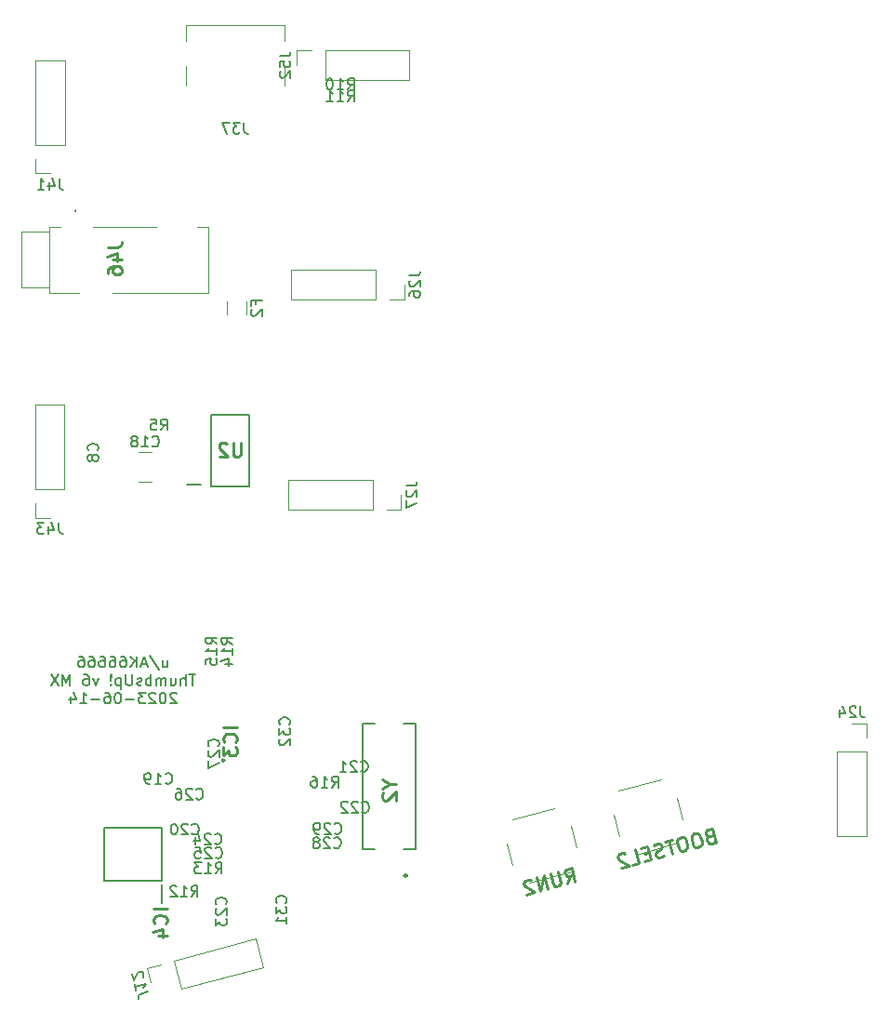
<source format=gbr>
G04 #@! TF.GenerationSoftware,KiCad,Pcbnew,(5.1.4)-1*
G04 #@! TF.CreationDate,2023-06-17T18:32:24-04:00*
G04 #@! TF.ProjectId,ThumbsUp,5468756d-6273-4557-902e-6b696361645f,rev?*
G04 #@! TF.SameCoordinates,Original*
G04 #@! TF.FileFunction,Legend,Bot*
G04 #@! TF.FilePolarity,Positive*
%FSLAX46Y46*%
G04 Gerber Fmt 4.6, Leading zero omitted, Abs format (unit mm)*
G04 Created by KiCad (PCBNEW (5.1.4)-1) date 2023-06-17 18:32:24*
%MOMM*%
%LPD*%
G04 APERTURE LIST*
%ADD10C,0.150000*%
%ADD11C,0.120000*%
%ADD12C,0.200000*%
%ADD13C,0.100000*%
%ADD14C,0.254000*%
G04 APERTURE END LIST*
D10*
X165699047Y-444005714D02*
X165699047Y-444672380D01*
X166127619Y-444005714D02*
X166127619Y-444529523D01*
X166080000Y-444624761D01*
X165984761Y-444672380D01*
X165841904Y-444672380D01*
X165746666Y-444624761D01*
X165699047Y-444577142D01*
X164508571Y-443624761D02*
X165365714Y-444910476D01*
X164222857Y-444386666D02*
X163746666Y-444386666D01*
X164318095Y-444672380D02*
X163984761Y-443672380D01*
X163651428Y-444672380D01*
X163318095Y-444672380D02*
X163318095Y-443672380D01*
X162746666Y-444672380D02*
X163175238Y-444100952D01*
X162746666Y-443672380D02*
X163318095Y-444243809D01*
X161889523Y-443672380D02*
X162080000Y-443672380D01*
X162175238Y-443720000D01*
X162222857Y-443767619D01*
X162318095Y-443910476D01*
X162365714Y-444100952D01*
X162365714Y-444481904D01*
X162318095Y-444577142D01*
X162270476Y-444624761D01*
X162175238Y-444672380D01*
X161984761Y-444672380D01*
X161889523Y-444624761D01*
X161841904Y-444577142D01*
X161794285Y-444481904D01*
X161794285Y-444243809D01*
X161841904Y-444148571D01*
X161889523Y-444100952D01*
X161984761Y-444053333D01*
X162175238Y-444053333D01*
X162270476Y-444100952D01*
X162318095Y-444148571D01*
X162365714Y-444243809D01*
X160937142Y-443672380D02*
X161127619Y-443672380D01*
X161222857Y-443720000D01*
X161270476Y-443767619D01*
X161365714Y-443910476D01*
X161413333Y-444100952D01*
X161413333Y-444481904D01*
X161365714Y-444577142D01*
X161318095Y-444624761D01*
X161222857Y-444672380D01*
X161032380Y-444672380D01*
X160937142Y-444624761D01*
X160889523Y-444577142D01*
X160841904Y-444481904D01*
X160841904Y-444243809D01*
X160889523Y-444148571D01*
X160937142Y-444100952D01*
X161032380Y-444053333D01*
X161222857Y-444053333D01*
X161318095Y-444100952D01*
X161365714Y-444148571D01*
X161413333Y-444243809D01*
X159984761Y-443672380D02*
X160175238Y-443672380D01*
X160270476Y-443720000D01*
X160318095Y-443767619D01*
X160413333Y-443910476D01*
X160460952Y-444100952D01*
X160460952Y-444481904D01*
X160413333Y-444577142D01*
X160365714Y-444624761D01*
X160270476Y-444672380D01*
X160080000Y-444672380D01*
X159984761Y-444624761D01*
X159937142Y-444577142D01*
X159889523Y-444481904D01*
X159889523Y-444243809D01*
X159937142Y-444148571D01*
X159984761Y-444100952D01*
X160080000Y-444053333D01*
X160270476Y-444053333D01*
X160365714Y-444100952D01*
X160413333Y-444148571D01*
X160460952Y-444243809D01*
X159032380Y-443672380D02*
X159222857Y-443672380D01*
X159318095Y-443720000D01*
X159365714Y-443767619D01*
X159460952Y-443910476D01*
X159508571Y-444100952D01*
X159508571Y-444481904D01*
X159460952Y-444577142D01*
X159413333Y-444624761D01*
X159318095Y-444672380D01*
X159127619Y-444672380D01*
X159032380Y-444624761D01*
X158984761Y-444577142D01*
X158937142Y-444481904D01*
X158937142Y-444243809D01*
X158984761Y-444148571D01*
X159032380Y-444100952D01*
X159127619Y-444053333D01*
X159318095Y-444053333D01*
X159413333Y-444100952D01*
X159460952Y-444148571D01*
X159508571Y-444243809D01*
X158080000Y-443672380D02*
X158270476Y-443672380D01*
X158365714Y-443720000D01*
X158413333Y-443767619D01*
X158508571Y-443910476D01*
X158556190Y-444100952D01*
X158556190Y-444481904D01*
X158508571Y-444577142D01*
X158460952Y-444624761D01*
X158365714Y-444672380D01*
X158175238Y-444672380D01*
X158080000Y-444624761D01*
X158032380Y-444577142D01*
X157984761Y-444481904D01*
X157984761Y-444243809D01*
X158032380Y-444148571D01*
X158080000Y-444100952D01*
X158175238Y-444053333D01*
X158365714Y-444053333D01*
X158460952Y-444100952D01*
X158508571Y-444148571D01*
X158556190Y-444243809D01*
X168675238Y-445322380D02*
X168103809Y-445322380D01*
X168389523Y-446322380D02*
X168389523Y-445322380D01*
X167770476Y-446322380D02*
X167770476Y-445322380D01*
X167341904Y-446322380D02*
X167341904Y-445798571D01*
X167389523Y-445703333D01*
X167484761Y-445655714D01*
X167627619Y-445655714D01*
X167722857Y-445703333D01*
X167770476Y-445750952D01*
X166437142Y-445655714D02*
X166437142Y-446322380D01*
X166865714Y-445655714D02*
X166865714Y-446179523D01*
X166818095Y-446274761D01*
X166722857Y-446322380D01*
X166580000Y-446322380D01*
X166484761Y-446274761D01*
X166437142Y-446227142D01*
X165960952Y-446322380D02*
X165960952Y-445655714D01*
X165960952Y-445750952D02*
X165913333Y-445703333D01*
X165818095Y-445655714D01*
X165675238Y-445655714D01*
X165580000Y-445703333D01*
X165532380Y-445798571D01*
X165532380Y-446322380D01*
X165532380Y-445798571D02*
X165484761Y-445703333D01*
X165389523Y-445655714D01*
X165246666Y-445655714D01*
X165151428Y-445703333D01*
X165103809Y-445798571D01*
X165103809Y-446322380D01*
X164627619Y-446322380D02*
X164627619Y-445322380D01*
X164627619Y-445703333D02*
X164532380Y-445655714D01*
X164341904Y-445655714D01*
X164246666Y-445703333D01*
X164199047Y-445750952D01*
X164151428Y-445846190D01*
X164151428Y-446131904D01*
X164199047Y-446227142D01*
X164246666Y-446274761D01*
X164341904Y-446322380D01*
X164532380Y-446322380D01*
X164627619Y-446274761D01*
X163770476Y-446274761D02*
X163675238Y-446322380D01*
X163484761Y-446322380D01*
X163389523Y-446274761D01*
X163341904Y-446179523D01*
X163341904Y-446131904D01*
X163389523Y-446036666D01*
X163484761Y-445989047D01*
X163627619Y-445989047D01*
X163722857Y-445941428D01*
X163770476Y-445846190D01*
X163770476Y-445798571D01*
X163722857Y-445703333D01*
X163627619Y-445655714D01*
X163484761Y-445655714D01*
X163389523Y-445703333D01*
X162913333Y-445322380D02*
X162913333Y-446131904D01*
X162865714Y-446227142D01*
X162818095Y-446274761D01*
X162722857Y-446322380D01*
X162532380Y-446322380D01*
X162437142Y-446274761D01*
X162389523Y-446227142D01*
X162341904Y-446131904D01*
X162341904Y-445322380D01*
X161865714Y-445655714D02*
X161865714Y-446655714D01*
X161865714Y-445703333D02*
X161770476Y-445655714D01*
X161580000Y-445655714D01*
X161484761Y-445703333D01*
X161437142Y-445750952D01*
X161389523Y-445846190D01*
X161389523Y-446131904D01*
X161437142Y-446227142D01*
X161484761Y-446274761D01*
X161580000Y-446322380D01*
X161770476Y-446322380D01*
X161865714Y-446274761D01*
X160960952Y-446227142D02*
X160913333Y-446274761D01*
X160960952Y-446322380D01*
X161008571Y-446274761D01*
X160960952Y-446227142D01*
X160960952Y-446322380D01*
X160960952Y-445941428D02*
X161008571Y-445370000D01*
X160960952Y-445322380D01*
X160913333Y-445370000D01*
X160960952Y-445941428D01*
X160960952Y-445322380D01*
X159818095Y-445655714D02*
X159580000Y-446322380D01*
X159341904Y-445655714D01*
X158532380Y-445322380D02*
X158722857Y-445322380D01*
X158818095Y-445370000D01*
X158865714Y-445417619D01*
X158960952Y-445560476D01*
X159008571Y-445750952D01*
X159008571Y-446131904D01*
X158960952Y-446227142D01*
X158913333Y-446274761D01*
X158818095Y-446322380D01*
X158627619Y-446322380D01*
X158532380Y-446274761D01*
X158484761Y-446227142D01*
X158437142Y-446131904D01*
X158437142Y-445893809D01*
X158484761Y-445798571D01*
X158532380Y-445750952D01*
X158627619Y-445703333D01*
X158818095Y-445703333D01*
X158913333Y-445750952D01*
X158960952Y-445798571D01*
X159008571Y-445893809D01*
X157246666Y-446322380D02*
X157246666Y-445322380D01*
X156913333Y-446036666D01*
X156580000Y-445322380D01*
X156580000Y-446322380D01*
X156199047Y-445322380D02*
X155532380Y-446322380D01*
X155532380Y-445322380D02*
X156199047Y-446322380D01*
X166937142Y-447067619D02*
X166889523Y-447020000D01*
X166794285Y-446972380D01*
X166556190Y-446972380D01*
X166460952Y-447020000D01*
X166413333Y-447067619D01*
X166365714Y-447162857D01*
X166365714Y-447258095D01*
X166413333Y-447400952D01*
X166984761Y-447972380D01*
X166365714Y-447972380D01*
X165746666Y-446972380D02*
X165651428Y-446972380D01*
X165556190Y-447020000D01*
X165508571Y-447067619D01*
X165460952Y-447162857D01*
X165413333Y-447353333D01*
X165413333Y-447591428D01*
X165460952Y-447781904D01*
X165508571Y-447877142D01*
X165556190Y-447924761D01*
X165651428Y-447972380D01*
X165746666Y-447972380D01*
X165841904Y-447924761D01*
X165889523Y-447877142D01*
X165937142Y-447781904D01*
X165984761Y-447591428D01*
X165984761Y-447353333D01*
X165937142Y-447162857D01*
X165889523Y-447067619D01*
X165841904Y-447020000D01*
X165746666Y-446972380D01*
X165032380Y-447067619D02*
X164984761Y-447020000D01*
X164889523Y-446972380D01*
X164651428Y-446972380D01*
X164556190Y-447020000D01*
X164508571Y-447067619D01*
X164460952Y-447162857D01*
X164460952Y-447258095D01*
X164508571Y-447400952D01*
X165080000Y-447972380D01*
X164460952Y-447972380D01*
X164127619Y-446972380D02*
X163508571Y-446972380D01*
X163841904Y-447353333D01*
X163699047Y-447353333D01*
X163603809Y-447400952D01*
X163556190Y-447448571D01*
X163508571Y-447543809D01*
X163508571Y-447781904D01*
X163556190Y-447877142D01*
X163603809Y-447924761D01*
X163699047Y-447972380D01*
X163984761Y-447972380D01*
X164080000Y-447924761D01*
X164127619Y-447877142D01*
X163080000Y-447591428D02*
X162318095Y-447591428D01*
X161651428Y-446972380D02*
X161556190Y-446972380D01*
X161460952Y-447020000D01*
X161413333Y-447067619D01*
X161365714Y-447162857D01*
X161318095Y-447353333D01*
X161318095Y-447591428D01*
X161365714Y-447781904D01*
X161413333Y-447877142D01*
X161460952Y-447924761D01*
X161556190Y-447972380D01*
X161651428Y-447972380D01*
X161746666Y-447924761D01*
X161794285Y-447877142D01*
X161841904Y-447781904D01*
X161889523Y-447591428D01*
X161889523Y-447353333D01*
X161841904Y-447162857D01*
X161794285Y-447067619D01*
X161746666Y-447020000D01*
X161651428Y-446972380D01*
X160460952Y-446972380D02*
X160651428Y-446972380D01*
X160746666Y-447020000D01*
X160794285Y-447067619D01*
X160889523Y-447210476D01*
X160937142Y-447400952D01*
X160937142Y-447781904D01*
X160889523Y-447877142D01*
X160841904Y-447924761D01*
X160746666Y-447972380D01*
X160556190Y-447972380D01*
X160460952Y-447924761D01*
X160413333Y-447877142D01*
X160365714Y-447781904D01*
X160365714Y-447543809D01*
X160413333Y-447448571D01*
X160460952Y-447400952D01*
X160556190Y-447353333D01*
X160746666Y-447353333D01*
X160841904Y-447400952D01*
X160889523Y-447448571D01*
X160937142Y-447543809D01*
X159937142Y-447591428D02*
X159175238Y-447591428D01*
X158175238Y-447972380D02*
X158746666Y-447972380D01*
X158460952Y-447972380D02*
X158460952Y-446972380D01*
X158556190Y-447115238D01*
X158651428Y-447210476D01*
X158746666Y-447258095D01*
X157318095Y-447305714D02*
X157318095Y-447972380D01*
X157556190Y-446924761D02*
X157794285Y-447639047D01*
X157175238Y-447639047D01*
D11*
X164682064Y-427790000D02*
X163477936Y-427790000D01*
X164682064Y-425070000D02*
X163477936Y-425070000D01*
D12*
X167850000Y-428040000D02*
X169150000Y-428040000D01*
X170098000Y-421673000D02*
X170098000Y-428177000D01*
X173602000Y-421673000D02*
X170098000Y-421673000D01*
X173602000Y-428177000D02*
X173602000Y-421673000D01*
X170098000Y-428177000D02*
X173602000Y-428177000D01*
D11*
X167805000Y-391720000D02*
X167805000Y-389920000D01*
X167805000Y-386210000D02*
X167805000Y-387670000D01*
X176745000Y-386210000D02*
X176745000Y-387670000D01*
X176745000Y-391720000D02*
X176745000Y-389920000D01*
X176745000Y-386210000D02*
X167805000Y-386210000D01*
X154082019Y-431060280D02*
X155412019Y-431060280D01*
X154082019Y-429730280D02*
X154082019Y-431060280D01*
X154082019Y-428460280D02*
X156742019Y-428460280D01*
X156742019Y-428460280D02*
X156742019Y-420780280D01*
X154082019Y-428460280D02*
X154082019Y-420780280D01*
X154082019Y-420780280D02*
X156742019Y-420780280D01*
X154128726Y-399710794D02*
X155458726Y-399710794D01*
X154128726Y-398380794D02*
X154128726Y-399710794D01*
X154128726Y-397110794D02*
X156788726Y-397110794D01*
X156788726Y-397110794D02*
X156788726Y-389430794D01*
X154128726Y-397110794D02*
X154128726Y-389430794D01*
X154128726Y-389430794D02*
X156788726Y-389430794D01*
X229742025Y-449780322D02*
X228412025Y-449780322D01*
X229742025Y-451110322D02*
X229742025Y-449780322D01*
X229742025Y-452380322D02*
X227082025Y-452380322D01*
X227082025Y-452380322D02*
X227082025Y-460060322D01*
X229742025Y-452380322D02*
X229742025Y-460060322D01*
X229742025Y-460060322D02*
X227082025Y-460060322D01*
D12*
X157750000Y-403150000D02*
G75*
G03X157750000Y-403050000I0J50000D01*
G01*
X157750000Y-403050000D02*
G75*
G03X157750000Y-403150000I0J-50000D01*
G01*
X157750000Y-403150000D02*
G75*
G03X157750000Y-403050000I0J50000D01*
G01*
X157750000Y-403050000D02*
X157750000Y-403050000D01*
X157750000Y-403150000D02*
X157750000Y-403150000D01*
X157750000Y-403050000D02*
X157750000Y-403050000D01*
D13*
X159350000Y-404575000D02*
X165100000Y-404575000D01*
X159350000Y-404575000D02*
X159350000Y-404575000D01*
X165100000Y-404575000D02*
X159350000Y-404575000D01*
X165100000Y-404575000D02*
X165100000Y-404575000D01*
X168850000Y-404575000D02*
X169850000Y-404575000D01*
X168850000Y-404575000D02*
X168850000Y-404575000D01*
X169850000Y-404575000D02*
X168850000Y-404575000D01*
X169850000Y-404575000D02*
X169850000Y-404575000D01*
X169850000Y-410575000D02*
X169850000Y-410575000D01*
X169850000Y-404575000D02*
X169850000Y-410575000D01*
X169850000Y-404575000D02*
X169850000Y-404575000D01*
X169850000Y-410575000D02*
X169850000Y-404575000D01*
X169850000Y-410575000D02*
X161100000Y-410575000D01*
X169850000Y-410575000D02*
X169850000Y-410575000D01*
X161100000Y-410575000D02*
X169850000Y-410575000D01*
X161100000Y-410575000D02*
X161100000Y-410575000D01*
X158100000Y-410575000D02*
X155350000Y-410575000D01*
X158100000Y-410575000D02*
X158100000Y-410575000D01*
X155350000Y-410575000D02*
X158100000Y-410575000D01*
X155350000Y-410575000D02*
X155350000Y-410575000D01*
X155350000Y-410100000D02*
X155350000Y-410100000D01*
X155350000Y-410575000D02*
X155350000Y-410100000D01*
X155350000Y-410575000D02*
X155350000Y-410575000D01*
X155350000Y-410100000D02*
X155350000Y-410575000D01*
X152850000Y-405050000D02*
X155350000Y-405050000D01*
X152850000Y-410075000D02*
X152850000Y-405050000D01*
X155350000Y-410075000D02*
X152850000Y-410075000D01*
X155350000Y-405050000D02*
X155350000Y-410075000D01*
X155350000Y-404575000D02*
X155350000Y-404575000D01*
X155350000Y-405050000D02*
X155350000Y-404575000D01*
X155350000Y-405050000D02*
X155350000Y-405050000D01*
X155350000Y-404575000D02*
X155350000Y-405050000D01*
X155350000Y-404575000D02*
X156350000Y-404575000D01*
X155350000Y-404575000D02*
X155350000Y-404575000D01*
X156350000Y-404575000D02*
X155350000Y-404575000D01*
X156350000Y-404575000D02*
X156350000Y-404575000D01*
X203356922Y-461083959D02*
X202835913Y-459153014D01*
X197564087Y-462646986D02*
X197043078Y-460716041D01*
X199050568Y-464317427D02*
X202912459Y-463275409D01*
X197487541Y-458524591D02*
X201349432Y-457482573D01*
X213056922Y-458483959D02*
X212535913Y-456553014D01*
X207264087Y-460046986D02*
X206743078Y-458116041D01*
X208750568Y-461717427D02*
X212612459Y-460675409D01*
X207187541Y-455924591D02*
X211049432Y-454882573D01*
D11*
X177880000Y-388530000D02*
X177880000Y-389860000D01*
X179210000Y-388530000D02*
X177880000Y-388530000D01*
X180480000Y-388530000D02*
X180480000Y-391190000D01*
X180480000Y-391190000D02*
X188160000Y-391190000D01*
X180480000Y-388530000D02*
X188160000Y-388530000D01*
X188160000Y-388530000D02*
X188160000Y-391190000D01*
X171530000Y-412572064D02*
X171530000Y-411367936D01*
X173350000Y-412572064D02*
X173350000Y-411367936D01*
X164222759Y-472042071D02*
X164566989Y-473326752D01*
X165507441Y-471697842D02*
X164222759Y-472042071D01*
X166734166Y-471369141D02*
X167422625Y-473938504D01*
X167422625Y-473938504D02*
X174840935Y-471950774D01*
X166734166Y-471369141D02*
X174152477Y-469381411D01*
X174152477Y-469381411D02*
X174840935Y-471950774D01*
D14*
X171300000Y-453125000D02*
G75*
G03X171300000Y-453125000I-100000J0D01*
G01*
X187935880Y-463630000D02*
G75*
G03X187935880Y-463630000I-125880J0D01*
G01*
D12*
X188700000Y-449825000D02*
X187600000Y-449825000D01*
X183900000Y-449825000D02*
X185000000Y-449825000D01*
X183900000Y-461225000D02*
X185000000Y-461225000D01*
X188700000Y-461225000D02*
X187600000Y-461225000D01*
X183900000Y-461225000D02*
X183900000Y-449825000D01*
X188700000Y-461225000D02*
X188700000Y-449825000D01*
X165580000Y-466125000D02*
X165580000Y-464475000D01*
X160360000Y-464125000D02*
X165640000Y-464125000D01*
X160360000Y-459275000D02*
X160360000Y-464125000D01*
X165640000Y-459275000D02*
X160360000Y-459275000D01*
X165640000Y-464125000D02*
X165640000Y-459275000D01*
D11*
X187689012Y-411172011D02*
X187689012Y-409842011D01*
X186359012Y-411172011D02*
X187689012Y-411172011D01*
X185089012Y-411172011D02*
X185089012Y-408512011D01*
X185089012Y-408512011D02*
X177409012Y-408512011D01*
X185089012Y-411172011D02*
X177409012Y-411172011D01*
X177409012Y-411172011D02*
X177409012Y-408512011D01*
X187386722Y-430287847D02*
X187386722Y-428957847D01*
X186056722Y-430287847D02*
X187386722Y-430287847D01*
X184786722Y-430287847D02*
X184786722Y-427627847D01*
X184786722Y-427627847D02*
X177106722Y-427627847D01*
X184786722Y-430287847D02*
X177106722Y-430287847D01*
X177106722Y-430287847D02*
X177106722Y-427627847D01*
D10*
X164722857Y-424507142D02*
X164770476Y-424554761D01*
X164913333Y-424602380D01*
X165008571Y-424602380D01*
X165151428Y-424554761D01*
X165246666Y-424459523D01*
X165294285Y-424364285D01*
X165341904Y-424173809D01*
X165341904Y-424030952D01*
X165294285Y-423840476D01*
X165246666Y-423745238D01*
X165151428Y-423650000D01*
X165008571Y-423602380D01*
X164913333Y-423602380D01*
X164770476Y-423650000D01*
X164722857Y-423697619D01*
X163770476Y-424602380D02*
X164341904Y-424602380D01*
X164056190Y-424602380D02*
X164056190Y-423602380D01*
X164151428Y-423745238D01*
X164246666Y-423840476D01*
X164341904Y-423888095D01*
X163199047Y-424030952D02*
X163294285Y-423983333D01*
X163341904Y-423935714D01*
X163389523Y-423840476D01*
X163389523Y-423792857D01*
X163341904Y-423697619D01*
X163294285Y-423650000D01*
X163199047Y-423602380D01*
X163008571Y-423602380D01*
X162913333Y-423650000D01*
X162865714Y-423697619D01*
X162818095Y-423792857D01*
X162818095Y-423840476D01*
X162865714Y-423935714D01*
X162913333Y-423983333D01*
X163008571Y-424030952D01*
X163199047Y-424030952D01*
X163294285Y-424078571D01*
X163341904Y-424126190D01*
X163389523Y-424221428D01*
X163389523Y-424411904D01*
X163341904Y-424507142D01*
X163294285Y-424554761D01*
X163199047Y-424602380D01*
X163008571Y-424602380D01*
X162913333Y-424554761D01*
X162865714Y-424507142D01*
X162818095Y-424411904D01*
X162818095Y-424221428D01*
X162865714Y-424126190D01*
X162913333Y-424078571D01*
X163008571Y-424030952D01*
D14*
X172817619Y-424229523D02*
X172817619Y-425257619D01*
X172757142Y-425378571D01*
X172696666Y-425439047D01*
X172575714Y-425499523D01*
X172333809Y-425499523D01*
X172212857Y-425439047D01*
X172152380Y-425378571D01*
X172091904Y-425257619D01*
X172091904Y-424229523D01*
X171547619Y-424350476D02*
X171487142Y-424290000D01*
X171366190Y-424229523D01*
X171063809Y-424229523D01*
X170942857Y-424290000D01*
X170882380Y-424350476D01*
X170821904Y-424471428D01*
X170821904Y-424592380D01*
X170882380Y-424773809D01*
X171608095Y-425499523D01*
X170821904Y-425499523D01*
D10*
X173084523Y-395082380D02*
X173084523Y-395796666D01*
X173132142Y-395939523D01*
X173227380Y-396034761D01*
X173370238Y-396082380D01*
X173465476Y-396082380D01*
X172703571Y-395082380D02*
X172084523Y-395082380D01*
X172417857Y-395463333D01*
X172275000Y-395463333D01*
X172179761Y-395510952D01*
X172132142Y-395558571D01*
X172084523Y-395653809D01*
X172084523Y-395891904D01*
X172132142Y-395987142D01*
X172179761Y-396034761D01*
X172275000Y-396082380D01*
X172560714Y-396082380D01*
X172655952Y-396034761D01*
X172703571Y-395987142D01*
X171751190Y-395082380D02*
X171084523Y-395082380D01*
X171513095Y-396082380D01*
X156221542Y-431512660D02*
X156221542Y-432226946D01*
X156269161Y-432369803D01*
X156364399Y-432465041D01*
X156507257Y-432512660D01*
X156602495Y-432512660D01*
X155316780Y-431845994D02*
X155316780Y-432512660D01*
X155554876Y-431465041D02*
X155792971Y-432179327D01*
X155173923Y-432179327D01*
X154888209Y-431512660D02*
X154269161Y-431512660D01*
X154602495Y-431893613D01*
X154459638Y-431893613D01*
X154364399Y-431941232D01*
X154316780Y-431988851D01*
X154269161Y-432084089D01*
X154269161Y-432322184D01*
X154316780Y-432417422D01*
X154364399Y-432465041D01*
X154459638Y-432512660D01*
X154745352Y-432512660D01*
X154840590Y-432465041D01*
X154888209Y-432417422D01*
X156268249Y-400163174D02*
X156268249Y-400877460D01*
X156315868Y-401020317D01*
X156411106Y-401115555D01*
X156553964Y-401163174D01*
X156649202Y-401163174D01*
X155363487Y-400496508D02*
X155363487Y-401163174D01*
X155601583Y-400115555D02*
X155839678Y-400829841D01*
X155220630Y-400829841D01*
X154315868Y-401163174D02*
X154887297Y-401163174D01*
X154601583Y-401163174D02*
X154601583Y-400163174D01*
X154696821Y-400306032D01*
X154792059Y-400401270D01*
X154887297Y-400448889D01*
X229221548Y-448232702D02*
X229221548Y-448946988D01*
X229269167Y-449089845D01*
X229364405Y-449185083D01*
X229507263Y-449232702D01*
X229602501Y-449232702D01*
X228792977Y-448327941D02*
X228745358Y-448280322D01*
X228650120Y-448232702D01*
X228412025Y-448232702D01*
X228316786Y-448280322D01*
X228269167Y-448327941D01*
X228221548Y-448423179D01*
X228221548Y-448518417D01*
X228269167Y-448661274D01*
X228840596Y-449232702D01*
X228221548Y-449232702D01*
X227364405Y-448566036D02*
X227364405Y-449232702D01*
X227602501Y-448185083D02*
X227840596Y-448899369D01*
X227221548Y-448899369D01*
D14*
X160654523Y-406421904D02*
X161561666Y-406421904D01*
X161743095Y-406361428D01*
X161864047Y-406240476D01*
X161924523Y-406059047D01*
X161924523Y-405938095D01*
X161077857Y-407570952D02*
X161924523Y-407570952D01*
X160594047Y-407268571D02*
X161501190Y-406966190D01*
X161501190Y-407752380D01*
X160654523Y-408780476D02*
X160654523Y-408538571D01*
X160715000Y-408417619D01*
X160775476Y-408357142D01*
X160956904Y-408236190D01*
X161198809Y-408175714D01*
X161682619Y-408175714D01*
X161803571Y-408236190D01*
X161864047Y-408296666D01*
X161924523Y-408417619D01*
X161924523Y-408659523D01*
X161864047Y-408780476D01*
X161803571Y-408840952D01*
X161682619Y-408901428D01*
X161380238Y-408901428D01*
X161259285Y-408840952D01*
X161198809Y-408780476D01*
X161138333Y-408659523D01*
X161138333Y-408417619D01*
X161198809Y-408296666D01*
X161259285Y-408236190D01*
X161380238Y-408175714D01*
X202538562Y-464352951D02*
X202789736Y-463658790D01*
X203239220Y-464163900D02*
X202908379Y-462937749D01*
X202441274Y-463063784D01*
X202340252Y-463153681D01*
X202297618Y-463227823D01*
X202270739Y-463360354D01*
X202318002Y-463535518D01*
X202407899Y-463636540D01*
X202482041Y-463679174D01*
X202614571Y-463706053D01*
X203081676Y-463580018D01*
X201682229Y-463268590D02*
X201950052Y-464261188D01*
X201923173Y-464393718D01*
X201880539Y-464467861D01*
X201779517Y-464557758D01*
X201545964Y-464620775D01*
X201413434Y-464593895D01*
X201339291Y-464551262D01*
X201249395Y-464450240D01*
X200981571Y-463457642D01*
X200728531Y-464841335D02*
X200397690Y-463615185D01*
X200027874Y-465030387D01*
X199697033Y-463804237D01*
X199203049Y-464062802D02*
X199128906Y-464020168D01*
X198996376Y-463993289D01*
X198704435Y-464072060D01*
X198603413Y-464161957D01*
X198560779Y-464236099D01*
X198533900Y-464368630D01*
X198565409Y-464485406D01*
X198671060Y-464644816D01*
X199560769Y-465156422D01*
X198801723Y-465361228D01*
X215459177Y-460064755D02*
X215299767Y-460170406D01*
X215257133Y-460244549D01*
X215230254Y-460377079D01*
X215277517Y-460552243D01*
X215367414Y-460653265D01*
X215441556Y-460695899D01*
X215574087Y-460722779D01*
X216041191Y-460596744D01*
X215710351Y-459370594D01*
X215301634Y-459480874D01*
X215200612Y-459570771D01*
X215157978Y-459644913D01*
X215131099Y-459777444D01*
X215162607Y-459894220D01*
X215252504Y-459995242D01*
X215326647Y-460037876D01*
X215459177Y-460064755D01*
X215867894Y-459954475D01*
X214250648Y-459764452D02*
X214017096Y-459827469D01*
X213916074Y-459917366D01*
X213830806Y-460065651D01*
X213835435Y-460314957D01*
X213945716Y-460723674D01*
X214067121Y-460941472D01*
X214215406Y-461026740D01*
X214347936Y-461053619D01*
X214581489Y-460990602D01*
X214682511Y-460900705D01*
X214767778Y-460752420D01*
X214763149Y-460503114D01*
X214652869Y-460094397D01*
X214531463Y-459876599D01*
X214383179Y-459791331D01*
X214250648Y-459764452D01*
X212966110Y-460111047D02*
X212732557Y-460174064D01*
X212631535Y-460263961D01*
X212546268Y-460412246D01*
X212550897Y-460661552D01*
X212661177Y-461070269D01*
X212782583Y-461288067D01*
X212930867Y-461373335D01*
X213063398Y-461400214D01*
X213296950Y-461337197D01*
X213397972Y-461247300D01*
X213483240Y-461099015D01*
X213478611Y-460849709D01*
X213368330Y-460440992D01*
X213246925Y-460223194D01*
X213098640Y-460137926D01*
X212966110Y-460111047D01*
X212090288Y-460347362D02*
X211389631Y-460536413D01*
X212070800Y-461668038D02*
X211739959Y-460441888D01*
X211354389Y-461798701D02*
X211194979Y-461904353D01*
X210903038Y-461983124D01*
X210770507Y-461956245D01*
X210696365Y-461913611D01*
X210606468Y-461812589D01*
X210574960Y-461695813D01*
X210601839Y-461563282D01*
X210644473Y-461489140D01*
X210745495Y-461399243D01*
X210963293Y-461277838D01*
X211064315Y-461187941D01*
X211106949Y-461113799D01*
X211133828Y-460981268D01*
X211102319Y-460864492D01*
X211012423Y-460763470D01*
X210938280Y-460720836D01*
X210805750Y-460693957D01*
X210513809Y-460772728D01*
X210354399Y-460878379D01*
X209970695Y-461545661D02*
X209561978Y-461655941D01*
X209560112Y-462345474D02*
X210143993Y-462187930D01*
X209813152Y-460961780D01*
X209229271Y-461119323D01*
X208450738Y-462644806D02*
X209034619Y-462487262D01*
X208703778Y-461261112D01*
X207801077Y-461629958D02*
X207726934Y-461587324D01*
X207594404Y-461560444D01*
X207302463Y-461639216D01*
X207201441Y-461729113D01*
X207158808Y-461803255D01*
X207131928Y-461935786D01*
X207163437Y-462052562D01*
X207269088Y-462211972D01*
X208158797Y-462723577D01*
X207399752Y-462928383D01*
D10*
X176332380Y-389050476D02*
X177046666Y-389050476D01*
X177189523Y-389002857D01*
X177284761Y-388907619D01*
X177332380Y-388764761D01*
X177332380Y-388669523D01*
X176332380Y-390002857D02*
X176332380Y-389526666D01*
X176808571Y-389479047D01*
X176760952Y-389526666D01*
X176713333Y-389621904D01*
X176713333Y-389860000D01*
X176760952Y-389955238D01*
X176808571Y-390002857D01*
X176903809Y-390050476D01*
X177141904Y-390050476D01*
X177237142Y-390002857D01*
X177284761Y-389955238D01*
X177332380Y-389860000D01*
X177332380Y-389621904D01*
X177284761Y-389526666D01*
X177237142Y-389479047D01*
X176427619Y-390431428D02*
X176380000Y-390479047D01*
X176332380Y-390574285D01*
X176332380Y-390812380D01*
X176380000Y-390907619D01*
X176427619Y-390955238D01*
X176522857Y-391002857D01*
X176618095Y-391002857D01*
X176760952Y-390955238D01*
X177332380Y-390383809D01*
X177332380Y-391002857D01*
X183742857Y-454107142D02*
X183790476Y-454154761D01*
X183933333Y-454202380D01*
X184028571Y-454202380D01*
X184171428Y-454154761D01*
X184266666Y-454059523D01*
X184314285Y-453964285D01*
X184361904Y-453773809D01*
X184361904Y-453630952D01*
X184314285Y-453440476D01*
X184266666Y-453345238D01*
X184171428Y-453250000D01*
X184028571Y-453202380D01*
X183933333Y-453202380D01*
X183790476Y-453250000D01*
X183742857Y-453297619D01*
X183361904Y-453297619D02*
X183314285Y-453250000D01*
X183219047Y-453202380D01*
X182980952Y-453202380D01*
X182885714Y-453250000D01*
X182838095Y-453297619D01*
X182790476Y-453392857D01*
X182790476Y-453488095D01*
X182838095Y-453630952D01*
X183409523Y-454202380D01*
X182790476Y-454202380D01*
X181838095Y-454202380D02*
X182409523Y-454202380D01*
X182123809Y-454202380D02*
X182123809Y-453202380D01*
X182219047Y-453345238D01*
X182314285Y-453440476D01*
X182409523Y-453488095D01*
X170442857Y-460707142D02*
X170490476Y-460754761D01*
X170633333Y-460802380D01*
X170728571Y-460802380D01*
X170871428Y-460754761D01*
X170966666Y-460659523D01*
X171014285Y-460564285D01*
X171061904Y-460373809D01*
X171061904Y-460230952D01*
X171014285Y-460040476D01*
X170966666Y-459945238D01*
X170871428Y-459850000D01*
X170728571Y-459802380D01*
X170633333Y-459802380D01*
X170490476Y-459850000D01*
X170442857Y-459897619D01*
X170061904Y-459897619D02*
X170014285Y-459850000D01*
X169919047Y-459802380D01*
X169680952Y-459802380D01*
X169585714Y-459850000D01*
X169538095Y-459897619D01*
X169490476Y-459992857D01*
X169490476Y-460088095D01*
X169538095Y-460230952D01*
X170109523Y-460802380D01*
X169490476Y-460802380D01*
X168633333Y-460135714D02*
X168633333Y-460802380D01*
X168871428Y-459754761D02*
X169109523Y-460469047D01*
X168490476Y-460469047D01*
X183842857Y-457807142D02*
X183890476Y-457854761D01*
X184033333Y-457902380D01*
X184128571Y-457902380D01*
X184271428Y-457854761D01*
X184366666Y-457759523D01*
X184414285Y-457664285D01*
X184461904Y-457473809D01*
X184461904Y-457330952D01*
X184414285Y-457140476D01*
X184366666Y-457045238D01*
X184271428Y-456950000D01*
X184128571Y-456902380D01*
X184033333Y-456902380D01*
X183890476Y-456950000D01*
X183842857Y-456997619D01*
X183461904Y-456997619D02*
X183414285Y-456950000D01*
X183319047Y-456902380D01*
X183080952Y-456902380D01*
X182985714Y-456950000D01*
X182938095Y-456997619D01*
X182890476Y-457092857D01*
X182890476Y-457188095D01*
X182938095Y-457330952D01*
X183509523Y-457902380D01*
X182890476Y-457902380D01*
X182509523Y-456997619D02*
X182461904Y-456950000D01*
X182366666Y-456902380D01*
X182128571Y-456902380D01*
X182033333Y-456950000D01*
X181985714Y-456997619D01*
X181938095Y-457092857D01*
X181938095Y-457188095D01*
X181985714Y-457330952D01*
X182557142Y-457902380D01*
X181938095Y-457902380D01*
X165942857Y-455207142D02*
X165990476Y-455254761D01*
X166133333Y-455302380D01*
X166228571Y-455302380D01*
X166371428Y-455254761D01*
X166466666Y-455159523D01*
X166514285Y-455064285D01*
X166561904Y-454873809D01*
X166561904Y-454730952D01*
X166514285Y-454540476D01*
X166466666Y-454445238D01*
X166371428Y-454350000D01*
X166228571Y-454302380D01*
X166133333Y-454302380D01*
X165990476Y-454350000D01*
X165942857Y-454397619D01*
X164990476Y-455302380D02*
X165561904Y-455302380D01*
X165276190Y-455302380D02*
X165276190Y-454302380D01*
X165371428Y-454445238D01*
X165466666Y-454540476D01*
X165561904Y-454588095D01*
X164514285Y-455302380D02*
X164323809Y-455302380D01*
X164228571Y-455254761D01*
X164180952Y-455207142D01*
X164085714Y-455064285D01*
X164038095Y-454873809D01*
X164038095Y-454492857D01*
X164085714Y-454397619D01*
X164133333Y-454350000D01*
X164228571Y-454302380D01*
X164419047Y-454302380D01*
X164514285Y-454350000D01*
X164561904Y-454397619D01*
X164609523Y-454492857D01*
X164609523Y-454730952D01*
X164561904Y-454826190D01*
X164514285Y-454873809D01*
X164419047Y-454921428D01*
X164228571Y-454921428D01*
X164133333Y-454873809D01*
X164085714Y-454826190D01*
X164038095Y-454730952D01*
X159757142Y-424943333D02*
X159804761Y-424895714D01*
X159852380Y-424752857D01*
X159852380Y-424657619D01*
X159804761Y-424514761D01*
X159709523Y-424419523D01*
X159614285Y-424371904D01*
X159423809Y-424324285D01*
X159280952Y-424324285D01*
X159090476Y-424371904D01*
X158995238Y-424419523D01*
X158900000Y-424514761D01*
X158852380Y-424657619D01*
X158852380Y-424752857D01*
X158900000Y-424895714D01*
X158947619Y-424943333D01*
X159280952Y-425514761D02*
X159233333Y-425419523D01*
X159185714Y-425371904D01*
X159090476Y-425324285D01*
X159042857Y-425324285D01*
X158947619Y-425371904D01*
X158900000Y-425419523D01*
X158852380Y-425514761D01*
X158852380Y-425705238D01*
X158900000Y-425800476D01*
X158947619Y-425848095D01*
X159042857Y-425895714D01*
X159090476Y-425895714D01*
X159185714Y-425848095D01*
X159233333Y-425800476D01*
X159280952Y-425705238D01*
X159280952Y-425514761D01*
X159328571Y-425419523D01*
X159376190Y-425371904D01*
X159471428Y-425324285D01*
X159661904Y-425324285D01*
X159757142Y-425371904D01*
X159804761Y-425419523D01*
X159852380Y-425514761D01*
X159852380Y-425705238D01*
X159804761Y-425800476D01*
X159757142Y-425848095D01*
X159661904Y-425895714D01*
X159471428Y-425895714D01*
X159376190Y-425848095D01*
X159328571Y-425800476D01*
X159280952Y-425705238D01*
X168342857Y-459807142D02*
X168390476Y-459854761D01*
X168533333Y-459902380D01*
X168628571Y-459902380D01*
X168771428Y-459854761D01*
X168866666Y-459759523D01*
X168914285Y-459664285D01*
X168961904Y-459473809D01*
X168961904Y-459330952D01*
X168914285Y-459140476D01*
X168866666Y-459045238D01*
X168771428Y-458950000D01*
X168628571Y-458902380D01*
X168533333Y-458902380D01*
X168390476Y-458950000D01*
X168342857Y-458997619D01*
X167961904Y-458997619D02*
X167914285Y-458950000D01*
X167819047Y-458902380D01*
X167580952Y-458902380D01*
X167485714Y-458950000D01*
X167438095Y-458997619D01*
X167390476Y-459092857D01*
X167390476Y-459188095D01*
X167438095Y-459330952D01*
X168009523Y-459902380D01*
X167390476Y-459902380D01*
X166771428Y-458902380D02*
X166676190Y-458902380D01*
X166580952Y-458950000D01*
X166533333Y-458997619D01*
X166485714Y-459092857D01*
X166438095Y-459283333D01*
X166438095Y-459521428D01*
X166485714Y-459711904D01*
X166533333Y-459807142D01*
X166580952Y-459854761D01*
X166676190Y-459902380D01*
X166771428Y-459902380D01*
X166866666Y-459854761D01*
X166914285Y-459807142D01*
X166961904Y-459711904D01*
X167009523Y-459521428D01*
X167009523Y-459283333D01*
X166961904Y-459092857D01*
X166914285Y-458997619D01*
X166866666Y-458950000D01*
X166771428Y-458902380D01*
X171407142Y-466257142D02*
X171454761Y-466209523D01*
X171502380Y-466066666D01*
X171502380Y-465971428D01*
X171454761Y-465828571D01*
X171359523Y-465733333D01*
X171264285Y-465685714D01*
X171073809Y-465638095D01*
X170930952Y-465638095D01*
X170740476Y-465685714D01*
X170645238Y-465733333D01*
X170550000Y-465828571D01*
X170502380Y-465971428D01*
X170502380Y-466066666D01*
X170550000Y-466209523D01*
X170597619Y-466257142D01*
X170597619Y-466638095D02*
X170550000Y-466685714D01*
X170502380Y-466780952D01*
X170502380Y-467019047D01*
X170550000Y-467114285D01*
X170597619Y-467161904D01*
X170692857Y-467209523D01*
X170788095Y-467209523D01*
X170930952Y-467161904D01*
X171502380Y-466590476D01*
X171502380Y-467209523D01*
X170502380Y-467542857D02*
X170502380Y-468161904D01*
X170883333Y-467828571D01*
X170883333Y-467971428D01*
X170930952Y-468066666D01*
X170978571Y-468114285D01*
X171073809Y-468161904D01*
X171311904Y-468161904D01*
X171407142Y-468114285D01*
X171454761Y-468066666D01*
X171502380Y-467971428D01*
X171502380Y-467685714D01*
X171454761Y-467590476D01*
X171407142Y-467542857D01*
X170492857Y-461957142D02*
X170540476Y-462004761D01*
X170683333Y-462052380D01*
X170778571Y-462052380D01*
X170921428Y-462004761D01*
X171016666Y-461909523D01*
X171064285Y-461814285D01*
X171111904Y-461623809D01*
X171111904Y-461480952D01*
X171064285Y-461290476D01*
X171016666Y-461195238D01*
X170921428Y-461100000D01*
X170778571Y-461052380D01*
X170683333Y-461052380D01*
X170540476Y-461100000D01*
X170492857Y-461147619D01*
X170111904Y-461147619D02*
X170064285Y-461100000D01*
X169969047Y-461052380D01*
X169730952Y-461052380D01*
X169635714Y-461100000D01*
X169588095Y-461147619D01*
X169540476Y-461242857D01*
X169540476Y-461338095D01*
X169588095Y-461480952D01*
X170159523Y-462052380D01*
X169540476Y-462052380D01*
X168635714Y-461052380D02*
X169111904Y-461052380D01*
X169159523Y-461528571D01*
X169111904Y-461480952D01*
X169016666Y-461433333D01*
X168778571Y-461433333D01*
X168683333Y-461480952D01*
X168635714Y-461528571D01*
X168588095Y-461623809D01*
X168588095Y-461861904D01*
X168635714Y-461957142D01*
X168683333Y-462004761D01*
X168778571Y-462052380D01*
X169016666Y-462052380D01*
X169111904Y-462004761D01*
X169159523Y-461957142D01*
X174188571Y-411636666D02*
X174188571Y-411303333D01*
X174712380Y-411303333D02*
X173712380Y-411303333D01*
X173712380Y-411779523D01*
X173807619Y-412112857D02*
X173760000Y-412160476D01*
X173712380Y-412255714D01*
X173712380Y-412493809D01*
X173760000Y-412589047D01*
X173807619Y-412636666D01*
X173902857Y-412684285D01*
X173998095Y-412684285D01*
X174140952Y-412636666D01*
X174712380Y-412065238D01*
X174712380Y-412684285D01*
X177202142Y-449867142D02*
X177249761Y-449819523D01*
X177297380Y-449676666D01*
X177297380Y-449581428D01*
X177249761Y-449438571D01*
X177154523Y-449343333D01*
X177059285Y-449295714D01*
X176868809Y-449248095D01*
X176725952Y-449248095D01*
X176535476Y-449295714D01*
X176440238Y-449343333D01*
X176345000Y-449438571D01*
X176297380Y-449581428D01*
X176297380Y-449676666D01*
X176345000Y-449819523D01*
X176392619Y-449867142D01*
X176297380Y-450200476D02*
X176297380Y-450819523D01*
X176678333Y-450486190D01*
X176678333Y-450629047D01*
X176725952Y-450724285D01*
X176773571Y-450771904D01*
X176868809Y-450819523D01*
X177106904Y-450819523D01*
X177202142Y-450771904D01*
X177249761Y-450724285D01*
X177297380Y-450629047D01*
X177297380Y-450343333D01*
X177249761Y-450248095D01*
X177202142Y-450200476D01*
X176392619Y-451200476D02*
X176345000Y-451248095D01*
X176297380Y-451343333D01*
X176297380Y-451581428D01*
X176345000Y-451676666D01*
X176392619Y-451724285D01*
X176487857Y-451771904D01*
X176583095Y-451771904D01*
X176725952Y-451724285D01*
X177297380Y-451152857D01*
X177297380Y-451771904D01*
X181092857Y-455602380D02*
X181426190Y-455126190D01*
X181664285Y-455602380D02*
X181664285Y-454602380D01*
X181283333Y-454602380D01*
X181188095Y-454650000D01*
X181140476Y-454697619D01*
X181092857Y-454792857D01*
X181092857Y-454935714D01*
X181140476Y-455030952D01*
X181188095Y-455078571D01*
X181283333Y-455126190D01*
X181664285Y-455126190D01*
X180140476Y-455602380D02*
X180711904Y-455602380D01*
X180426190Y-455602380D02*
X180426190Y-454602380D01*
X180521428Y-454745238D01*
X180616666Y-454840476D01*
X180711904Y-454888095D01*
X179283333Y-454602380D02*
X179473809Y-454602380D01*
X179569047Y-454650000D01*
X179616666Y-454697619D01*
X179711904Y-454840476D01*
X179759523Y-455030952D01*
X179759523Y-455411904D01*
X179711904Y-455507142D01*
X179664285Y-455554761D01*
X179569047Y-455602380D01*
X179378571Y-455602380D01*
X179283333Y-455554761D01*
X179235714Y-455507142D01*
X179188095Y-455411904D01*
X179188095Y-455173809D01*
X179235714Y-455078571D01*
X179283333Y-455030952D01*
X179378571Y-454983333D01*
X179569047Y-454983333D01*
X179664285Y-455030952D01*
X179711904Y-455078571D01*
X179759523Y-455173809D01*
X170727142Y-451872142D02*
X170774761Y-451824523D01*
X170822380Y-451681666D01*
X170822380Y-451586428D01*
X170774761Y-451443571D01*
X170679523Y-451348333D01*
X170584285Y-451300714D01*
X170393809Y-451253095D01*
X170250952Y-451253095D01*
X170060476Y-451300714D01*
X169965238Y-451348333D01*
X169870000Y-451443571D01*
X169822380Y-451586428D01*
X169822380Y-451681666D01*
X169870000Y-451824523D01*
X169917619Y-451872142D01*
X169917619Y-452253095D02*
X169870000Y-452300714D01*
X169822380Y-452395952D01*
X169822380Y-452634047D01*
X169870000Y-452729285D01*
X169917619Y-452776904D01*
X170012857Y-452824523D01*
X170108095Y-452824523D01*
X170250952Y-452776904D01*
X170822380Y-452205476D01*
X170822380Y-452824523D01*
X169822380Y-453157857D02*
X169822380Y-453824523D01*
X170822380Y-453395952D01*
X168742857Y-456607142D02*
X168790476Y-456654761D01*
X168933333Y-456702380D01*
X169028571Y-456702380D01*
X169171428Y-456654761D01*
X169266666Y-456559523D01*
X169314285Y-456464285D01*
X169361904Y-456273809D01*
X169361904Y-456130952D01*
X169314285Y-455940476D01*
X169266666Y-455845238D01*
X169171428Y-455750000D01*
X169028571Y-455702380D01*
X168933333Y-455702380D01*
X168790476Y-455750000D01*
X168742857Y-455797619D01*
X168361904Y-455797619D02*
X168314285Y-455750000D01*
X168219047Y-455702380D01*
X167980952Y-455702380D01*
X167885714Y-455750000D01*
X167838095Y-455797619D01*
X167790476Y-455892857D01*
X167790476Y-455988095D01*
X167838095Y-456130952D01*
X168409523Y-456702380D01*
X167790476Y-456702380D01*
X166933333Y-455702380D02*
X167123809Y-455702380D01*
X167219047Y-455750000D01*
X167266666Y-455797619D01*
X167361904Y-455940476D01*
X167409523Y-456130952D01*
X167409523Y-456511904D01*
X167361904Y-456607142D01*
X167314285Y-456654761D01*
X167219047Y-456702380D01*
X167028571Y-456702380D01*
X166933333Y-456654761D01*
X166885714Y-456607142D01*
X166838095Y-456511904D01*
X166838095Y-456273809D01*
X166885714Y-456178571D01*
X166933333Y-456130952D01*
X167028571Y-456083333D01*
X167219047Y-456083333D01*
X167314285Y-456130952D01*
X167361904Y-456178571D01*
X167409523Y-456273809D01*
X170492857Y-463452380D02*
X170826190Y-462976190D01*
X171064285Y-463452380D02*
X171064285Y-462452380D01*
X170683333Y-462452380D01*
X170588095Y-462500000D01*
X170540476Y-462547619D01*
X170492857Y-462642857D01*
X170492857Y-462785714D01*
X170540476Y-462880952D01*
X170588095Y-462928571D01*
X170683333Y-462976190D01*
X171064285Y-462976190D01*
X169540476Y-463452380D02*
X170111904Y-463452380D01*
X169826190Y-463452380D02*
X169826190Y-462452380D01*
X169921428Y-462595238D01*
X170016666Y-462690476D01*
X170111904Y-462738095D01*
X169207142Y-462452380D02*
X168588095Y-462452380D01*
X168921428Y-462833333D01*
X168778571Y-462833333D01*
X168683333Y-462880952D01*
X168635714Y-462928571D01*
X168588095Y-463023809D01*
X168588095Y-463261904D01*
X168635714Y-463357142D01*
X168683333Y-463404761D01*
X168778571Y-463452380D01*
X169064285Y-463452380D01*
X169159523Y-463404761D01*
X169207142Y-463357142D01*
X168292857Y-465527380D02*
X168626190Y-465051190D01*
X168864285Y-465527380D02*
X168864285Y-464527380D01*
X168483333Y-464527380D01*
X168388095Y-464575000D01*
X168340476Y-464622619D01*
X168292857Y-464717857D01*
X168292857Y-464860714D01*
X168340476Y-464955952D01*
X168388095Y-465003571D01*
X168483333Y-465051190D01*
X168864285Y-465051190D01*
X167340476Y-465527380D02*
X167911904Y-465527380D01*
X167626190Y-465527380D02*
X167626190Y-464527380D01*
X167721428Y-464670238D01*
X167816666Y-464765476D01*
X167911904Y-464813095D01*
X166959523Y-464622619D02*
X166911904Y-464575000D01*
X166816666Y-464527380D01*
X166578571Y-464527380D01*
X166483333Y-464575000D01*
X166435714Y-464622619D01*
X166388095Y-464717857D01*
X166388095Y-464813095D01*
X166435714Y-464955952D01*
X167007142Y-465527380D01*
X166388095Y-465527380D01*
X182527857Y-393162380D02*
X182861190Y-392686190D01*
X183099285Y-393162380D02*
X183099285Y-392162380D01*
X182718333Y-392162380D01*
X182623095Y-392210000D01*
X182575476Y-392257619D01*
X182527857Y-392352857D01*
X182527857Y-392495714D01*
X182575476Y-392590952D01*
X182623095Y-392638571D01*
X182718333Y-392686190D01*
X183099285Y-392686190D01*
X181575476Y-393162380D02*
X182146904Y-393162380D01*
X181861190Y-393162380D02*
X181861190Y-392162380D01*
X181956428Y-392305238D01*
X182051666Y-392400476D01*
X182146904Y-392448095D01*
X180623095Y-393162380D02*
X181194523Y-393162380D01*
X180908809Y-393162380D02*
X180908809Y-392162380D01*
X181004047Y-392305238D01*
X181099285Y-392400476D01*
X181194523Y-392448095D01*
X172027380Y-442567142D02*
X171551190Y-442233809D01*
X172027380Y-441995714D02*
X171027380Y-441995714D01*
X171027380Y-442376666D01*
X171075000Y-442471904D01*
X171122619Y-442519523D01*
X171217857Y-442567142D01*
X171360714Y-442567142D01*
X171455952Y-442519523D01*
X171503571Y-442471904D01*
X171551190Y-442376666D01*
X171551190Y-441995714D01*
X172027380Y-443519523D02*
X172027380Y-442948095D01*
X172027380Y-443233809D02*
X171027380Y-443233809D01*
X171170238Y-443138571D01*
X171265476Y-443043333D01*
X171313095Y-442948095D01*
X171360714Y-444376666D02*
X172027380Y-444376666D01*
X170979761Y-444138571D02*
X171694047Y-443900476D01*
X171694047Y-444519523D01*
X182522857Y-392082380D02*
X182856190Y-391606190D01*
X183094285Y-392082380D02*
X183094285Y-391082380D01*
X182713333Y-391082380D01*
X182618095Y-391130000D01*
X182570476Y-391177619D01*
X182522857Y-391272857D01*
X182522857Y-391415714D01*
X182570476Y-391510952D01*
X182618095Y-391558571D01*
X182713333Y-391606190D01*
X183094285Y-391606190D01*
X181570476Y-392082380D02*
X182141904Y-392082380D01*
X181856190Y-392082380D02*
X181856190Y-391082380D01*
X181951428Y-391225238D01*
X182046666Y-391320476D01*
X182141904Y-391368095D01*
X180951428Y-391082380D02*
X180856190Y-391082380D01*
X180760952Y-391130000D01*
X180713333Y-391177619D01*
X180665714Y-391272857D01*
X180618095Y-391463333D01*
X180618095Y-391701428D01*
X180665714Y-391891904D01*
X180713333Y-391987142D01*
X180760952Y-392034761D01*
X180856190Y-392082380D01*
X180951428Y-392082380D01*
X181046666Y-392034761D01*
X181094285Y-391987142D01*
X181141904Y-391891904D01*
X181189523Y-391701428D01*
X181189523Y-391463333D01*
X181141904Y-391272857D01*
X181094285Y-391177619D01*
X181046666Y-391130000D01*
X180951428Y-391082380D01*
X170627380Y-442542142D02*
X170151190Y-442208809D01*
X170627380Y-441970714D02*
X169627380Y-441970714D01*
X169627380Y-442351666D01*
X169675000Y-442446904D01*
X169722619Y-442494523D01*
X169817857Y-442542142D01*
X169960714Y-442542142D01*
X170055952Y-442494523D01*
X170103571Y-442446904D01*
X170151190Y-442351666D01*
X170151190Y-441970714D01*
X170627380Y-443494523D02*
X170627380Y-442923095D01*
X170627380Y-443208809D02*
X169627380Y-443208809D01*
X169770238Y-443113571D01*
X169865476Y-443018333D01*
X169913095Y-442923095D01*
X169627380Y-444399285D02*
X169627380Y-443923095D01*
X170103571Y-443875476D01*
X170055952Y-443923095D01*
X170008333Y-444018333D01*
X170008333Y-444256428D01*
X170055952Y-444351666D01*
X170103571Y-444399285D01*
X170198809Y-444446904D01*
X170436904Y-444446904D01*
X170532142Y-444399285D01*
X170579761Y-444351666D01*
X170627380Y-444256428D01*
X170627380Y-444018333D01*
X170579761Y-443923095D01*
X170532142Y-443875476D01*
X176895142Y-466107142D02*
X176942761Y-466059523D01*
X176990380Y-465916666D01*
X176990380Y-465821428D01*
X176942761Y-465678571D01*
X176847523Y-465583333D01*
X176752285Y-465535714D01*
X176561809Y-465488095D01*
X176418952Y-465488095D01*
X176228476Y-465535714D01*
X176133238Y-465583333D01*
X176038000Y-465678571D01*
X175990380Y-465821428D01*
X175990380Y-465916666D01*
X176038000Y-466059523D01*
X176085619Y-466107142D01*
X175990380Y-466440476D02*
X175990380Y-467059523D01*
X176371333Y-466726190D01*
X176371333Y-466869047D01*
X176418952Y-466964285D01*
X176466571Y-467011904D01*
X176561809Y-467059523D01*
X176799904Y-467059523D01*
X176895142Y-467011904D01*
X176942761Y-466964285D01*
X176990380Y-466869047D01*
X176990380Y-466583333D01*
X176942761Y-466488095D01*
X176895142Y-466440476D01*
X176990380Y-468011904D02*
X176990380Y-467440476D01*
X176990380Y-467726190D02*
X175990380Y-467726190D01*
X176133238Y-467630952D01*
X176228476Y-467535714D01*
X176276095Y-467440476D01*
X181342857Y-459757142D02*
X181390476Y-459804761D01*
X181533333Y-459852380D01*
X181628571Y-459852380D01*
X181771428Y-459804761D01*
X181866666Y-459709523D01*
X181914285Y-459614285D01*
X181961904Y-459423809D01*
X181961904Y-459280952D01*
X181914285Y-459090476D01*
X181866666Y-458995238D01*
X181771428Y-458900000D01*
X181628571Y-458852380D01*
X181533333Y-458852380D01*
X181390476Y-458900000D01*
X181342857Y-458947619D01*
X180961904Y-458947619D02*
X180914285Y-458900000D01*
X180819047Y-458852380D01*
X180580952Y-458852380D01*
X180485714Y-458900000D01*
X180438095Y-458947619D01*
X180390476Y-459042857D01*
X180390476Y-459138095D01*
X180438095Y-459280952D01*
X181009523Y-459852380D01*
X180390476Y-459852380D01*
X179914285Y-459852380D02*
X179723809Y-459852380D01*
X179628571Y-459804761D01*
X179580952Y-459757142D01*
X179485714Y-459614285D01*
X179438095Y-459423809D01*
X179438095Y-459042857D01*
X179485714Y-458947619D01*
X179533333Y-458900000D01*
X179628571Y-458852380D01*
X179819047Y-458852380D01*
X179914285Y-458900000D01*
X179961904Y-458947619D01*
X180009523Y-459042857D01*
X180009523Y-459280952D01*
X179961904Y-459376190D01*
X179914285Y-459423809D01*
X179819047Y-459471428D01*
X179628571Y-459471428D01*
X179533333Y-459423809D01*
X179485714Y-459376190D01*
X179438095Y-459280952D01*
X181292857Y-461057142D02*
X181340476Y-461104761D01*
X181483333Y-461152380D01*
X181578571Y-461152380D01*
X181721428Y-461104761D01*
X181816666Y-461009523D01*
X181864285Y-460914285D01*
X181911904Y-460723809D01*
X181911904Y-460580952D01*
X181864285Y-460390476D01*
X181816666Y-460295238D01*
X181721428Y-460200000D01*
X181578571Y-460152380D01*
X181483333Y-460152380D01*
X181340476Y-460200000D01*
X181292857Y-460247619D01*
X180911904Y-460247619D02*
X180864285Y-460200000D01*
X180769047Y-460152380D01*
X180530952Y-460152380D01*
X180435714Y-460200000D01*
X180388095Y-460247619D01*
X180340476Y-460342857D01*
X180340476Y-460438095D01*
X180388095Y-460580952D01*
X180959523Y-461152380D01*
X180340476Y-461152380D01*
X179769047Y-460580952D02*
X179864285Y-460533333D01*
X179911904Y-460485714D01*
X179959523Y-460390476D01*
X179959523Y-460342857D01*
X179911904Y-460247619D01*
X179864285Y-460200000D01*
X179769047Y-460152380D01*
X179578571Y-460152380D01*
X179483333Y-460200000D01*
X179435714Y-460247619D01*
X179388095Y-460342857D01*
X179388095Y-460390476D01*
X179435714Y-460485714D01*
X179483333Y-460533333D01*
X179578571Y-460580952D01*
X179769047Y-460580952D01*
X179864285Y-460628571D01*
X179911904Y-460676190D01*
X179959523Y-460771428D01*
X179959523Y-460961904D01*
X179911904Y-461057142D01*
X179864285Y-461104761D01*
X179769047Y-461152380D01*
X179578571Y-461152380D01*
X179483333Y-461104761D01*
X179435714Y-461057142D01*
X179388095Y-460961904D01*
X179388095Y-460771428D01*
X179435714Y-460676190D01*
X179483333Y-460628571D01*
X179578571Y-460580952D01*
X165506666Y-423072380D02*
X165840000Y-422596190D01*
X166078095Y-423072380D02*
X166078095Y-422072380D01*
X165697142Y-422072380D01*
X165601904Y-422120000D01*
X165554285Y-422167619D01*
X165506666Y-422262857D01*
X165506666Y-422405714D01*
X165554285Y-422500952D01*
X165601904Y-422548571D01*
X165697142Y-422596190D01*
X166078095Y-422596190D01*
X164601904Y-422072380D02*
X165078095Y-422072380D01*
X165125714Y-422548571D01*
X165078095Y-422500952D01*
X164982857Y-422453333D01*
X164744761Y-422453333D01*
X164649523Y-422500952D01*
X164601904Y-422548571D01*
X164554285Y-422643809D01*
X164554285Y-422881904D01*
X164601904Y-422977142D01*
X164649523Y-423024761D01*
X164744761Y-423072380D01*
X164982857Y-423072380D01*
X165078095Y-423024761D01*
X165125714Y-422977142D01*
X164339542Y-474225776D02*
X163649595Y-474410647D01*
X163523930Y-474493618D01*
X163456587Y-474610260D01*
X163447565Y-474760574D01*
X163472214Y-474852567D01*
X163114797Y-473518669D02*
X163262694Y-474070627D01*
X163188745Y-473794648D02*
X164154671Y-473535829D01*
X164041331Y-473664796D01*
X163973988Y-473781439D01*
X163952641Y-473885756D01*
X163890132Y-472916528D02*
X163923804Y-472858207D01*
X163945151Y-472753889D01*
X163883528Y-472523907D01*
X163812882Y-472444239D01*
X163754560Y-472410567D01*
X163650243Y-472389220D01*
X163558250Y-472413869D01*
X163432585Y-472496840D01*
X163028524Y-473196694D01*
X162868303Y-472598740D01*
D14*
X172449523Y-450160238D02*
X171179523Y-450160238D01*
X172328571Y-451490714D02*
X172389047Y-451430238D01*
X172449523Y-451248809D01*
X172449523Y-451127857D01*
X172389047Y-450946428D01*
X172268095Y-450825476D01*
X172147142Y-450765000D01*
X171905238Y-450704523D01*
X171723809Y-450704523D01*
X171481904Y-450765000D01*
X171360952Y-450825476D01*
X171240000Y-450946428D01*
X171179523Y-451127857D01*
X171179523Y-451248809D01*
X171240000Y-451430238D01*
X171300476Y-451490714D01*
X171179523Y-451914047D02*
X171179523Y-452700238D01*
X171663333Y-452276904D01*
X171663333Y-452458333D01*
X171723809Y-452579285D01*
X171784285Y-452639761D01*
X171905238Y-452700238D01*
X172207619Y-452700238D01*
X172328571Y-452639761D01*
X172389047Y-452579285D01*
X172449523Y-452458333D01*
X172449523Y-452095476D01*
X172389047Y-451974523D01*
X172328571Y-451914047D01*
X186320021Y-455292068D02*
X186924783Y-455292068D01*
X185654783Y-454868734D02*
X186320021Y-455292068D01*
X185654783Y-455715401D01*
X185775736Y-456078258D02*
X185715260Y-456138734D01*
X185654783Y-456259687D01*
X185654783Y-456562068D01*
X185715260Y-456683020D01*
X185775736Y-456743496D01*
X185896688Y-456803972D01*
X186017640Y-456803972D01*
X186199069Y-456743496D01*
X186924783Y-456017782D01*
X186924783Y-456803972D01*
X166099523Y-466685238D02*
X164829523Y-466685238D01*
X165978571Y-468015714D02*
X166039047Y-467955238D01*
X166099523Y-467773809D01*
X166099523Y-467652857D01*
X166039047Y-467471428D01*
X165918095Y-467350476D01*
X165797142Y-467290000D01*
X165555238Y-467229523D01*
X165373809Y-467229523D01*
X165131904Y-467290000D01*
X165010952Y-467350476D01*
X164890000Y-467471428D01*
X164829523Y-467652857D01*
X164829523Y-467773809D01*
X164890000Y-467955238D01*
X164950476Y-468015714D01*
X165252857Y-469104285D02*
X166099523Y-469104285D01*
X164769047Y-468801904D02*
X165676190Y-468499523D01*
X165676190Y-469285714D01*
D10*
X188141392Y-409032487D02*
X188855678Y-409032487D01*
X188998535Y-408984868D01*
X189093773Y-408889630D01*
X189141392Y-408746772D01*
X189141392Y-408651534D01*
X188236631Y-409461058D02*
X188189012Y-409508677D01*
X188141392Y-409603915D01*
X188141392Y-409842011D01*
X188189012Y-409937249D01*
X188236631Y-409984868D01*
X188331869Y-410032487D01*
X188427107Y-410032487D01*
X188569964Y-409984868D01*
X189141392Y-409413439D01*
X189141392Y-410032487D01*
X188141392Y-410889630D02*
X188141392Y-410699153D01*
X188189012Y-410603915D01*
X188236631Y-410556296D01*
X188379488Y-410461058D01*
X188569964Y-410413439D01*
X188950916Y-410413439D01*
X189046154Y-410461058D01*
X189093773Y-410508677D01*
X189141392Y-410603915D01*
X189141392Y-410794391D01*
X189093773Y-410889630D01*
X189046154Y-410937249D01*
X188950916Y-410984868D01*
X188712821Y-410984868D01*
X188617583Y-410937249D01*
X188569964Y-410889630D01*
X188522345Y-410794391D01*
X188522345Y-410603915D01*
X188569964Y-410508677D01*
X188617583Y-410461058D01*
X188712821Y-410413439D01*
X187839102Y-428148323D02*
X188553388Y-428148323D01*
X188696245Y-428100704D01*
X188791483Y-428005466D01*
X188839102Y-427862608D01*
X188839102Y-427767370D01*
X187934341Y-428576894D02*
X187886722Y-428624513D01*
X187839102Y-428719751D01*
X187839102Y-428957847D01*
X187886722Y-429053085D01*
X187934341Y-429100704D01*
X188029579Y-429148323D01*
X188124817Y-429148323D01*
X188267674Y-429100704D01*
X188839102Y-428529275D01*
X188839102Y-429148323D01*
X187839102Y-429481656D02*
X187839102Y-430148323D01*
X188839102Y-429719751D01*
M02*

</source>
